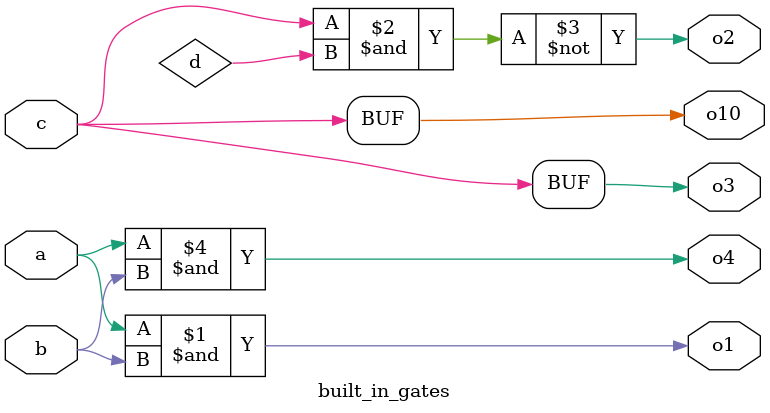
<source format=v>
`timescale 1us/1ns //mandatory because we have delays
module built_in_gates(
	// declare moduleles inputs and outputs 
	input a,b,c,
	output o1,o2,o3,o4,o10
	);
	
	//gates without delays 
	and and1 (o1, a, b);
	nand (o2, c, d);
	buf buf1 (o3, c);
	
	//gates with delays 
	buf #1 buf_dly (o10,c);
	and #3 (o4, a, b);
	
endmodule
</source>
